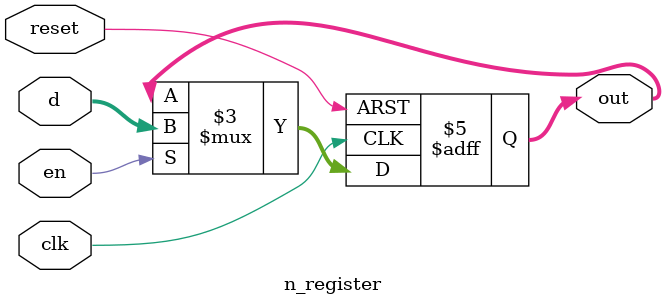
<source format=sv>
`timescale 1ns / 1ps


module n_register #(parameter n=4)(
    input logic clk,
    input logic reset,
    input logic en,
    input logic [n-1:0]d,
    output logic [n-1:0]out
    );
    
    always@( posedge clk, negedge reset)begin
        if(!reset)
            out<=0;
        else if (en)
            out<=d;
    end
endmodule

</source>
